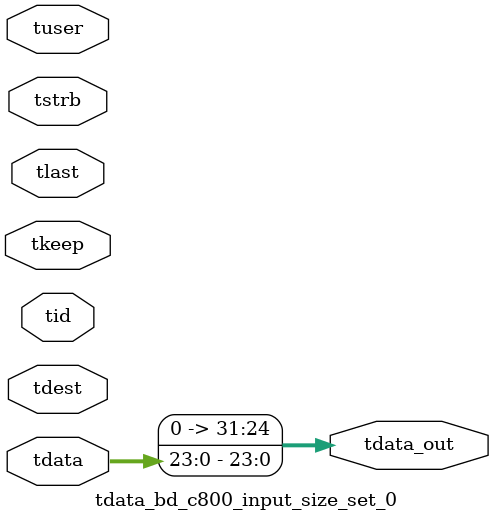
<source format=v>


`timescale 1ps/1ps

module tdata_bd_c800_input_size_set_0 #
(
parameter C_S_AXIS_TDATA_WIDTH = 32,
parameter C_S_AXIS_TUSER_WIDTH = 0,
parameter C_S_AXIS_TID_WIDTH   = 0,
parameter C_S_AXIS_TDEST_WIDTH = 0,
parameter C_M_AXIS_TDATA_WIDTH = 32
)
(
input  [(C_S_AXIS_TDATA_WIDTH == 0 ? 1 : C_S_AXIS_TDATA_WIDTH)-1:0     ] tdata,
input  [(C_S_AXIS_TUSER_WIDTH == 0 ? 1 : C_S_AXIS_TUSER_WIDTH)-1:0     ] tuser,
input  [(C_S_AXIS_TID_WIDTH   == 0 ? 1 : C_S_AXIS_TID_WIDTH)-1:0       ] tid,
input  [(C_S_AXIS_TDEST_WIDTH == 0 ? 1 : C_S_AXIS_TDEST_WIDTH)-1:0     ] tdest,
input  [(C_S_AXIS_TDATA_WIDTH/8)-1:0 ] tkeep,
input  [(C_S_AXIS_TDATA_WIDTH/8)-1:0 ] tstrb,
input                                                                    tlast,
output [C_M_AXIS_TDATA_WIDTH-1:0] tdata_out
);

assign tdata_out = {tdata[23:0]};

endmodule


</source>
